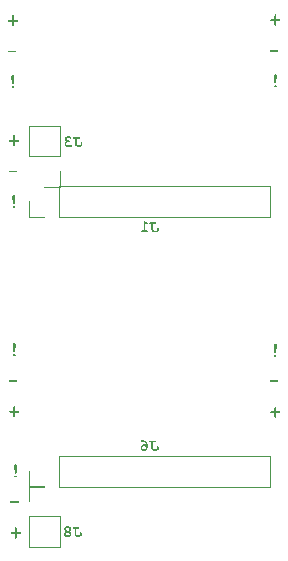
<source format=gbr>
%TF.SameCoordinates,Original*%
%TF.FileFunction,Legend,Bot*%
%TF.FilePolarity,Positive*%
%FSLAX46Y46*%
G04 Gerber Fmt 4.6, Leading zero omitted, Abs format (unit mm)*
%MOMM*%
%LPD*%
G01*
G04 APERTURE LIST*
%ADD10C,0.125000*%
%ADD11C,0.200000*%
%ADD12C,0.120000*%
G04 APERTURE END LIST*
D10*
G36*
X124680754Y-73264145D02*
G01*
X124634006Y-73774490D01*
X124625450Y-73810589D01*
X124607774Y-73836040D01*
X124582273Y-73852298D01*
X124550401Y-73857875D01*
X124518518Y-73852300D01*
X124492956Y-73836040D01*
X124475336Y-73810596D01*
X124466797Y-73774490D01*
X124419243Y-73264145D01*
X124415946Y-73212927D01*
X124420515Y-73171562D01*
X124433448Y-73137569D01*
X124454487Y-73109319D01*
X124482236Y-73087523D01*
X124513801Y-73074524D01*
X124550401Y-73070045D01*
X124586455Y-73074529D01*
X124617893Y-73087615D01*
X124645876Y-73109686D01*
X124667388Y-73138151D01*
X124680355Y-73171027D01*
X124684857Y-73209630D01*
X124680754Y-73264145D01*
G37*
G36*
X124653716Y-74101287D02*
G01*
X124646988Y-74134040D01*
X124626605Y-74161518D01*
X124595709Y-74179554D01*
X124552013Y-74186137D01*
X124508370Y-74179559D01*
X124477422Y-74161518D01*
X124457097Y-74134046D01*
X124450384Y-74101287D01*
X124456960Y-74069249D01*
X124476982Y-74041936D01*
X124507675Y-74023942D01*
X124552013Y-74017317D01*
X124596437Y-74023860D01*
X124627045Y-74041570D01*
X124647071Y-74068640D01*
X124653716Y-74101287D01*
G37*
G36*
X124807826Y-76359396D02*
G01*
X124106092Y-76359396D01*
X124106092Y-76204644D01*
X124807826Y-76204644D01*
X124807826Y-76359396D01*
G37*
G36*
X124639721Y-78964085D02*
G01*
X124639721Y-79245599D01*
X124633087Y-79300791D01*
X124616787Y-79332134D01*
X124590500Y-79351384D01*
X124556117Y-79358000D01*
X124521719Y-79351402D01*
X124495080Y-79332134D01*
X124478453Y-79300744D01*
X124471706Y-79245599D01*
X124471706Y-78964085D01*
X124231518Y-78964085D01*
X124176381Y-78957319D01*
X124144983Y-78940637D01*
X124125777Y-78913854D01*
X124119191Y-78879235D01*
X124125780Y-78844629D01*
X124144983Y-78817905D01*
X124176385Y-78801359D01*
X124231518Y-78795264D01*
X124471706Y-78795264D01*
X124471706Y-78514043D01*
X124478419Y-78459346D01*
X124495080Y-78427654D01*
X124521756Y-78408043D01*
X124556117Y-78401349D01*
X124590571Y-78407966D01*
X124617226Y-78427288D01*
X124633847Y-78458704D01*
X124640600Y-78514043D01*
X124639721Y-78795264D01*
X124879909Y-78795264D01*
X124935074Y-78801938D01*
X124966371Y-78818345D01*
X124985617Y-78844713D01*
X124992237Y-78879235D01*
X124985634Y-78913848D01*
X124966371Y-78940637D01*
X124935035Y-78957316D01*
X124879909Y-78964085D01*
X124639721Y-78964085D01*
G37*
G36*
X124488921Y-45764086D02*
G01*
X124488921Y-46045600D01*
X124482287Y-46100792D01*
X124465987Y-46132135D01*
X124439700Y-46151385D01*
X124405317Y-46158000D01*
X124370919Y-46151403D01*
X124344280Y-46132135D01*
X124327653Y-46100745D01*
X124320906Y-46045600D01*
X124320906Y-45764086D01*
X124080718Y-45764086D01*
X124025581Y-45757320D01*
X123994183Y-45740638D01*
X123974977Y-45713855D01*
X123968391Y-45679236D01*
X123974980Y-45644630D01*
X123994183Y-45617906D01*
X124025585Y-45601360D01*
X124080718Y-45595265D01*
X124320906Y-45595265D01*
X124320906Y-45314044D01*
X124327619Y-45259347D01*
X124344280Y-45227655D01*
X124370956Y-45208044D01*
X124405317Y-45201350D01*
X124439771Y-45207967D01*
X124466426Y-45227289D01*
X124483047Y-45258705D01*
X124489800Y-45314044D01*
X124488921Y-45595265D01*
X124729109Y-45595265D01*
X124784274Y-45601939D01*
X124815571Y-45618346D01*
X124834817Y-45644714D01*
X124841437Y-45679236D01*
X124834834Y-45713849D01*
X124815571Y-45740638D01*
X124784235Y-45757317D01*
X124729109Y-45764086D01*
X124488921Y-45764086D01*
G37*
G36*
X124529954Y-50464145D02*
G01*
X124483206Y-50974490D01*
X124474650Y-51010589D01*
X124456974Y-51036040D01*
X124431473Y-51052298D01*
X124399601Y-51057875D01*
X124367718Y-51052300D01*
X124342156Y-51036040D01*
X124324536Y-51010596D01*
X124315997Y-50974490D01*
X124268443Y-50464145D01*
X124265146Y-50412927D01*
X124269715Y-50371562D01*
X124282648Y-50337569D01*
X124303687Y-50309319D01*
X124331436Y-50287523D01*
X124363001Y-50274524D01*
X124399601Y-50270045D01*
X124435655Y-50274529D01*
X124467093Y-50287615D01*
X124495076Y-50309686D01*
X124516588Y-50338151D01*
X124529555Y-50371027D01*
X124534057Y-50409630D01*
X124529954Y-50464145D01*
G37*
G36*
X124502916Y-51301287D02*
G01*
X124496188Y-51334040D01*
X124475805Y-51361518D01*
X124444909Y-51379554D01*
X124401213Y-51386137D01*
X124357570Y-51379559D01*
X124326622Y-51361518D01*
X124306297Y-51334046D01*
X124299584Y-51301287D01*
X124306160Y-51269249D01*
X124326182Y-51241936D01*
X124356875Y-51223942D01*
X124401213Y-51217317D01*
X124445637Y-51223860D01*
X124476245Y-51241570D01*
X124496271Y-51268640D01*
X124502916Y-51301287D01*
G37*
G36*
X124657026Y-48359396D02*
G01*
X123955292Y-48359396D01*
X123955292Y-48204644D01*
X124657026Y-48204644D01*
X124657026Y-48359396D01*
G37*
G36*
X124539721Y-68693285D02*
G01*
X124539721Y-68974799D01*
X124533087Y-69029991D01*
X124516787Y-69061334D01*
X124490500Y-69080584D01*
X124456117Y-69087200D01*
X124421719Y-69080602D01*
X124395080Y-69061334D01*
X124378453Y-69029944D01*
X124371706Y-68974799D01*
X124371706Y-68693285D01*
X124131518Y-68693285D01*
X124076381Y-68686519D01*
X124044983Y-68669837D01*
X124025777Y-68643054D01*
X124019191Y-68608435D01*
X124025780Y-68573829D01*
X124044983Y-68547105D01*
X124076385Y-68530559D01*
X124131518Y-68524464D01*
X124371706Y-68524464D01*
X124371706Y-68243243D01*
X124378419Y-68188546D01*
X124395080Y-68156854D01*
X124421756Y-68137243D01*
X124456117Y-68130549D01*
X124490571Y-68137166D01*
X124517226Y-68156488D01*
X124533847Y-68187904D01*
X124540600Y-68243243D01*
X124539721Y-68524464D01*
X124779909Y-68524464D01*
X124835074Y-68531138D01*
X124866371Y-68547545D01*
X124885617Y-68573913D01*
X124892237Y-68608435D01*
X124885634Y-68643048D01*
X124866371Y-68669837D01*
X124835035Y-68686516D01*
X124779909Y-68693285D01*
X124539721Y-68693285D01*
G37*
G36*
X124580826Y-38199395D02*
G01*
X123879092Y-38199395D01*
X123879092Y-38044643D01*
X124580826Y-38044643D01*
X124580826Y-38199395D01*
G37*
G36*
X146637721Y-35537085D02*
G01*
X146637721Y-35818599D01*
X146631087Y-35873791D01*
X146614787Y-35905134D01*
X146588500Y-35924384D01*
X146554117Y-35931000D01*
X146519719Y-35924402D01*
X146493080Y-35905134D01*
X146476453Y-35873744D01*
X146469706Y-35818599D01*
X146469706Y-35537085D01*
X146229518Y-35537085D01*
X146174381Y-35530319D01*
X146142983Y-35513637D01*
X146123777Y-35486854D01*
X146117191Y-35452235D01*
X146123780Y-35417629D01*
X146142983Y-35390905D01*
X146174385Y-35374359D01*
X146229518Y-35368264D01*
X146469706Y-35368264D01*
X146469706Y-35087043D01*
X146476419Y-35032346D01*
X146493080Y-35000654D01*
X146519756Y-34981043D01*
X146554117Y-34974349D01*
X146588571Y-34980966D01*
X146615226Y-35000288D01*
X146631847Y-35031704D01*
X146638600Y-35087043D01*
X146637721Y-35368264D01*
X146877909Y-35368264D01*
X146933074Y-35374938D01*
X146964371Y-35391345D01*
X146983617Y-35417713D01*
X146990237Y-35452235D01*
X146983634Y-35486848D01*
X146964371Y-35513637D01*
X146933035Y-35530316D01*
X146877909Y-35537085D01*
X146637721Y-35537085D01*
G37*
G36*
X146678754Y-63037144D02*
G01*
X146632006Y-63547489D01*
X146623450Y-63583588D01*
X146605774Y-63609039D01*
X146580273Y-63625297D01*
X146548401Y-63630874D01*
X146516518Y-63625299D01*
X146490956Y-63609039D01*
X146473336Y-63583595D01*
X146464797Y-63547489D01*
X146417243Y-63037144D01*
X146413946Y-62985926D01*
X146418515Y-62944561D01*
X146431448Y-62910568D01*
X146452487Y-62882318D01*
X146480236Y-62860522D01*
X146511801Y-62847523D01*
X146548401Y-62843044D01*
X146584455Y-62847528D01*
X146615893Y-62860614D01*
X146643876Y-62882685D01*
X146665388Y-62911150D01*
X146678355Y-62944026D01*
X146682857Y-62982629D01*
X146678754Y-63037144D01*
G37*
G36*
X146651716Y-63874286D02*
G01*
X146644988Y-63907039D01*
X146624605Y-63934517D01*
X146593709Y-63952553D01*
X146550013Y-63959136D01*
X146506370Y-63952558D01*
X146475422Y-63934517D01*
X146455097Y-63907045D01*
X146448384Y-63874286D01*
X146454960Y-63842248D01*
X146474982Y-63814935D01*
X146505675Y-63796941D01*
X146550013Y-63790316D01*
X146594437Y-63796859D01*
X146625045Y-63814569D01*
X146645071Y-63841639D01*
X146651716Y-63874286D01*
G37*
G36*
X124453754Y-40304144D02*
G01*
X124407006Y-40814489D01*
X124398450Y-40850588D01*
X124380774Y-40876039D01*
X124355273Y-40892297D01*
X124323401Y-40897874D01*
X124291518Y-40892299D01*
X124265956Y-40876039D01*
X124248336Y-40850595D01*
X124239797Y-40814489D01*
X124192243Y-40304144D01*
X124188946Y-40252926D01*
X124193515Y-40211561D01*
X124206448Y-40177568D01*
X124227487Y-40149318D01*
X124255236Y-40127522D01*
X124286801Y-40114523D01*
X124323401Y-40110044D01*
X124359455Y-40114528D01*
X124390893Y-40127614D01*
X124418876Y-40149685D01*
X124440388Y-40178150D01*
X124453355Y-40211026D01*
X124457857Y-40249629D01*
X124453754Y-40304144D01*
G37*
G36*
X124426716Y-41141286D02*
G01*
X124419988Y-41174039D01*
X124399605Y-41201517D01*
X124368709Y-41219553D01*
X124325013Y-41226136D01*
X124281370Y-41219558D01*
X124250422Y-41201517D01*
X124230097Y-41174045D01*
X124223384Y-41141286D01*
X124229960Y-41109248D01*
X124249982Y-41081935D01*
X124280675Y-41063941D01*
X124325013Y-41057316D01*
X124369437Y-41063859D01*
X124400045Y-41081569D01*
X124420071Y-41108639D01*
X124426716Y-41141286D01*
G37*
G36*
X146805826Y-38132395D02*
G01*
X146104092Y-38132395D01*
X146104092Y-37977643D01*
X146805826Y-37977643D01*
X146805826Y-38132395D01*
G37*
G36*
X124412721Y-35604085D02*
G01*
X124412721Y-35885599D01*
X124406087Y-35940791D01*
X124389787Y-35972134D01*
X124363500Y-35991384D01*
X124329117Y-35998000D01*
X124294719Y-35991402D01*
X124268080Y-35972134D01*
X124251453Y-35940744D01*
X124244706Y-35885599D01*
X124244706Y-35604085D01*
X124004518Y-35604085D01*
X123949381Y-35597319D01*
X123917983Y-35580637D01*
X123898777Y-35553854D01*
X123892191Y-35519235D01*
X123898780Y-35484629D01*
X123917983Y-35457905D01*
X123949385Y-35441359D01*
X124004518Y-35435264D01*
X124244706Y-35435264D01*
X124244706Y-35154043D01*
X124251419Y-35099346D01*
X124268080Y-35067654D01*
X124294756Y-35048043D01*
X124329117Y-35041349D01*
X124363571Y-35047966D01*
X124390226Y-35067288D01*
X124406847Y-35098704D01*
X124413600Y-35154043D01*
X124412721Y-35435264D01*
X124652909Y-35435264D01*
X124708074Y-35441938D01*
X124739371Y-35458345D01*
X124758617Y-35484713D01*
X124765237Y-35519235D01*
X124758634Y-35553848D01*
X124739371Y-35580637D01*
X124708035Y-35597316D01*
X124652909Y-35604085D01*
X124412721Y-35604085D01*
G37*
G36*
X124707826Y-66088595D02*
G01*
X124006092Y-66088595D01*
X124006092Y-65933843D01*
X124707826Y-65933843D01*
X124707826Y-66088595D01*
G37*
G36*
X146678754Y-40237144D02*
G01*
X146632006Y-40747489D01*
X146623450Y-40783588D01*
X146605774Y-40809039D01*
X146580273Y-40825297D01*
X146548401Y-40830874D01*
X146516518Y-40825299D01*
X146490956Y-40809039D01*
X146473336Y-40783595D01*
X146464797Y-40747489D01*
X146417243Y-40237144D01*
X146413946Y-40185926D01*
X146418515Y-40144561D01*
X146431448Y-40110568D01*
X146452487Y-40082318D01*
X146480236Y-40060522D01*
X146511801Y-40047523D01*
X146548401Y-40043044D01*
X146584455Y-40047528D01*
X146615893Y-40060614D01*
X146643876Y-40082685D01*
X146665388Y-40111150D01*
X146678355Y-40144026D01*
X146682857Y-40182629D01*
X146678754Y-40237144D01*
G37*
G36*
X146651716Y-41074286D02*
G01*
X146644988Y-41107039D01*
X146624605Y-41134517D01*
X146593709Y-41152553D01*
X146550013Y-41159136D01*
X146506370Y-41152558D01*
X146475422Y-41134517D01*
X146455097Y-41107045D01*
X146448384Y-41074286D01*
X146454960Y-41042248D01*
X146474982Y-41014935D01*
X146505675Y-40996941D01*
X146550013Y-40990316D01*
X146594437Y-40996859D01*
X146625045Y-41014569D01*
X146645071Y-41041639D01*
X146651716Y-41074286D01*
G37*
G36*
X124580754Y-62993344D02*
G01*
X124534006Y-63503689D01*
X124525450Y-63539788D01*
X124507774Y-63565239D01*
X124482273Y-63581497D01*
X124450401Y-63587074D01*
X124418518Y-63581499D01*
X124392956Y-63565239D01*
X124375336Y-63539795D01*
X124366797Y-63503689D01*
X124319243Y-62993344D01*
X124315946Y-62942126D01*
X124320515Y-62900761D01*
X124333448Y-62866768D01*
X124354487Y-62838518D01*
X124382236Y-62816722D01*
X124413801Y-62803723D01*
X124450401Y-62799244D01*
X124486455Y-62803728D01*
X124517893Y-62816814D01*
X124545876Y-62838885D01*
X124567388Y-62867350D01*
X124580355Y-62900226D01*
X124584857Y-62938829D01*
X124580754Y-62993344D01*
G37*
G36*
X124553716Y-63830486D02*
G01*
X124546988Y-63863239D01*
X124526605Y-63890717D01*
X124495709Y-63908753D01*
X124452013Y-63915336D01*
X124408370Y-63908758D01*
X124377422Y-63890717D01*
X124357097Y-63863245D01*
X124350384Y-63830486D01*
X124356960Y-63798448D01*
X124376982Y-63771135D01*
X124407675Y-63753141D01*
X124452013Y-63746516D01*
X124496437Y-63753059D01*
X124527045Y-63770769D01*
X124547071Y-63797839D01*
X124553716Y-63830486D01*
G37*
G36*
X146805826Y-66132395D02*
G01*
X146104092Y-66132395D01*
X146104092Y-65977643D01*
X146805826Y-65977643D01*
X146805826Y-66132395D01*
G37*
G36*
X146637721Y-68737085D02*
G01*
X146637721Y-69018599D01*
X146631087Y-69073791D01*
X146614787Y-69105134D01*
X146588500Y-69124384D01*
X146554117Y-69131000D01*
X146519719Y-69124402D01*
X146493080Y-69105134D01*
X146476453Y-69073744D01*
X146469706Y-69018599D01*
X146469706Y-68737085D01*
X146229518Y-68737085D01*
X146174381Y-68730319D01*
X146142983Y-68713637D01*
X146123777Y-68686854D01*
X146117191Y-68652235D01*
X146123780Y-68617629D01*
X146142983Y-68590905D01*
X146174385Y-68574359D01*
X146229518Y-68568264D01*
X146469706Y-68568264D01*
X146469706Y-68287043D01*
X146476419Y-68232346D01*
X146493080Y-68200654D01*
X146519756Y-68181043D01*
X146554117Y-68174349D01*
X146588571Y-68180966D01*
X146615226Y-68200288D01*
X146631847Y-68231704D01*
X146638600Y-68287043D01*
X146637721Y-68568264D01*
X146877909Y-68568264D01*
X146933074Y-68574938D01*
X146964371Y-68591345D01*
X146983617Y-68617713D01*
X146990237Y-68652235D01*
X146983634Y-68686848D01*
X146964371Y-68713637D01*
X146933035Y-68730316D01*
X146877909Y-68737085D01*
X146637721Y-68737085D01*
G37*
D11*
G36*
X136056070Y-71227212D02*
G01*
X136056070Y-71652438D01*
X136059462Y-71705524D01*
X136068691Y-71747322D01*
X136082693Y-71779994D01*
X136113909Y-71825265D01*
X136153144Y-71863755D01*
X136201273Y-71895949D01*
X136254230Y-71919706D01*
X136308297Y-71933756D01*
X136364183Y-71938447D01*
X136416017Y-71933996D01*
X136481247Y-71918990D01*
X136562841Y-71890502D01*
X136664052Y-71845085D01*
X136664052Y-71614153D01*
X136658426Y-71568092D01*
X136644573Y-71541919D01*
X136622370Y-71525814D01*
X136593710Y-71520303D01*
X136565628Y-71525783D01*
X136543518Y-71541919D01*
X136529665Y-71568092D01*
X136524040Y-71614153D01*
X136524040Y-71751784D01*
X136458297Y-71778943D01*
X136404132Y-71793407D01*
X136359420Y-71797763D01*
X136323266Y-71793729D01*
X136284254Y-71780971D01*
X136248851Y-71761690D01*
X136225514Y-71740854D01*
X136208698Y-71716917D01*
X136199563Y-71694876D01*
X136196144Y-71635952D01*
X136196144Y-71227212D01*
X136366259Y-71227212D01*
X136412165Y-71221607D01*
X136438310Y-71207794D01*
X136454316Y-71185592D01*
X136459804Y-71156870D01*
X136454314Y-71128158D01*
X136438310Y-71106006D01*
X136412159Y-71092148D01*
X136366259Y-71086528D01*
X135974127Y-71086528D01*
X135928183Y-71092153D01*
X135902075Y-71106006D01*
X135886023Y-71128163D01*
X135880521Y-71156870D01*
X135886021Y-71185587D01*
X135902075Y-71207794D01*
X135928176Y-71221603D01*
X135974127Y-71227212D01*
X136056070Y-71227212D01*
G37*
G36*
X135377441Y-71014682D02*
G01*
X135445413Y-71033605D01*
X135511958Y-71065706D01*
X135572818Y-71108294D01*
X135628987Y-71161727D01*
X135680730Y-71227151D01*
X135711132Y-71280405D01*
X135733489Y-71340833D01*
X135747503Y-71409621D01*
X135752415Y-71488185D01*
X135748176Y-71574980D01*
X135735927Y-71653854D01*
X135716206Y-71725711D01*
X135686716Y-71793234D01*
X135650908Y-71844885D01*
X135608984Y-71883370D01*
X135559237Y-71910993D01*
X135499667Y-71928361D01*
X135427939Y-71934539D01*
X135362575Y-71929361D01*
X135307109Y-71914707D01*
X135259791Y-71891342D01*
X135219294Y-71859251D01*
X135186071Y-71819307D01*
X135162267Y-71773899D01*
X135147558Y-71721960D01*
X135142419Y-71662025D01*
X135142543Y-71660560D01*
X135282431Y-71660560D01*
X135286878Y-71700059D01*
X135299390Y-71731973D01*
X135319678Y-71758012D01*
X135346581Y-71777202D01*
X135381222Y-71789413D01*
X135425863Y-71793855D01*
X135471006Y-71790079D01*
X135505655Y-71779832D01*
X135532108Y-71764118D01*
X135553138Y-71741520D01*
X135573025Y-71705958D01*
X135591215Y-71653110D01*
X135567367Y-71605837D01*
X135540807Y-71567951D01*
X135511653Y-71538133D01*
X135477844Y-71513835D01*
X135448048Y-71500856D01*
X135421100Y-71496856D01*
X135387558Y-71501804D01*
X135355931Y-71516863D01*
X135325174Y-71543567D01*
X135301675Y-71576829D01*
X135287403Y-71615333D01*
X135282431Y-71660560D01*
X135142543Y-71660560D01*
X135147861Y-71597481D01*
X135163569Y-71540366D01*
X135189179Y-71489328D01*
X135225095Y-71443367D01*
X135269343Y-71404327D01*
X135315663Y-71377476D01*
X135364778Y-71361550D01*
X135417742Y-71356172D01*
X135468400Y-71360913D01*
X135515439Y-71374918D01*
X135560659Y-71398058D01*
X135611731Y-71434330D01*
X135589555Y-71358645D01*
X135559097Y-71300423D01*
X135520889Y-71252380D01*
X135479536Y-71214702D01*
X135434778Y-71186240D01*
X135385906Y-71165028D01*
X135339916Y-71152946D01*
X135296109Y-71149054D01*
X135279138Y-71151443D01*
X135260571Y-71159129D01*
X135231077Y-71172921D01*
X135213432Y-71176409D01*
X135186896Y-71171095D01*
X135164279Y-71154977D01*
X135148979Y-71131205D01*
X135143762Y-71101854D01*
X135147144Y-71079458D01*
X135157131Y-71060061D01*
X135174476Y-71042808D01*
X135207676Y-71024648D01*
X135250956Y-71012754D01*
X135307039Y-71008370D01*
X135377441Y-71014682D01*
G37*
G36*
X136056070Y-52727212D02*
G01*
X136056070Y-53152438D01*
X136059462Y-53205524D01*
X136068691Y-53247322D01*
X136082693Y-53279994D01*
X136113909Y-53325265D01*
X136153144Y-53363755D01*
X136201273Y-53395949D01*
X136254230Y-53419706D01*
X136308297Y-53433756D01*
X136364183Y-53438447D01*
X136416017Y-53433996D01*
X136481247Y-53418990D01*
X136562841Y-53390502D01*
X136664052Y-53345085D01*
X136664052Y-53114153D01*
X136658426Y-53068092D01*
X136644573Y-53041919D01*
X136622370Y-53025814D01*
X136593710Y-53020303D01*
X136565628Y-53025783D01*
X136543518Y-53041919D01*
X136529665Y-53068092D01*
X136524040Y-53114153D01*
X136524040Y-53251784D01*
X136458297Y-53278943D01*
X136404132Y-53293407D01*
X136359420Y-53297763D01*
X136323266Y-53293729D01*
X136284254Y-53280971D01*
X136248851Y-53261690D01*
X136225514Y-53240854D01*
X136208698Y-53216917D01*
X136199563Y-53194876D01*
X136196144Y-53135952D01*
X136196144Y-52727212D01*
X136366259Y-52727212D01*
X136412165Y-52721607D01*
X136438310Y-52707794D01*
X136454316Y-52685592D01*
X136459804Y-52656870D01*
X136454314Y-52628158D01*
X136438310Y-52606006D01*
X136412159Y-52592148D01*
X136366259Y-52586528D01*
X135974127Y-52586528D01*
X135928183Y-52592153D01*
X135902075Y-52606006D01*
X135886023Y-52628163D01*
X135880521Y-52656870D01*
X135886021Y-52685587D01*
X135902075Y-52707794D01*
X135928176Y-52721603D01*
X135974127Y-52727212D01*
X136056070Y-52727212D01*
G37*
G36*
X135408827Y-52508370D02*
G01*
X135408827Y-53274316D01*
X135267410Y-53274316D01*
X135221466Y-53279940D01*
X135195358Y-53293794D01*
X135179354Y-53315946D01*
X135173865Y-53344658D01*
X135179352Y-53373380D01*
X135195358Y-53395582D01*
X135221459Y-53409390D01*
X135267410Y-53415000D01*
X135690256Y-53415000D01*
X135736216Y-53409393D01*
X135762368Y-53395582D01*
X135778374Y-53373380D01*
X135783862Y-53344658D01*
X135778372Y-53315946D01*
X135762368Y-53293794D01*
X135736209Y-53279938D01*
X135690256Y-53274316D01*
X135548900Y-53274316D01*
X135548900Y-52693445D01*
X135673891Y-52726723D01*
X135718954Y-52735027D01*
X135743532Y-52729774D01*
X135765055Y-52713534D01*
X135779572Y-52689859D01*
X135784533Y-52660839D01*
X135780692Y-52634693D01*
X135770184Y-52616142D01*
X135751035Y-52602310D01*
X135710100Y-52587383D01*
X135408827Y-52508370D01*
G37*
G36*
X129543670Y-78518012D02*
G01*
X129543670Y-78943238D01*
X129547062Y-78996324D01*
X129556291Y-79038122D01*
X129570293Y-79070794D01*
X129601509Y-79116065D01*
X129640744Y-79154555D01*
X129688873Y-79186749D01*
X129741830Y-79210506D01*
X129795897Y-79224556D01*
X129851783Y-79229247D01*
X129903617Y-79224796D01*
X129968847Y-79209790D01*
X130050441Y-79181302D01*
X130151652Y-79135885D01*
X130151652Y-78904953D01*
X130146026Y-78858892D01*
X130132173Y-78832719D01*
X130109970Y-78816614D01*
X130081310Y-78811103D01*
X130053228Y-78816583D01*
X130031118Y-78832719D01*
X130017265Y-78858892D01*
X130011640Y-78904953D01*
X130011640Y-79042584D01*
X129945897Y-79069743D01*
X129891732Y-79084207D01*
X129847020Y-79088563D01*
X129810866Y-79084529D01*
X129771854Y-79071771D01*
X129736451Y-79052490D01*
X129713114Y-79031654D01*
X129696298Y-79007717D01*
X129687163Y-78985676D01*
X129683744Y-78926752D01*
X129683744Y-78518012D01*
X129853859Y-78518012D01*
X129899765Y-78512407D01*
X129925910Y-78498594D01*
X129941916Y-78476392D01*
X129947404Y-78447670D01*
X129941914Y-78418958D01*
X129925910Y-78396806D01*
X129899759Y-78382948D01*
X129853859Y-78377328D01*
X129461727Y-78377328D01*
X129415783Y-78382953D01*
X129389675Y-78396806D01*
X129373623Y-78418963D01*
X129368121Y-78447670D01*
X129373621Y-78476387D01*
X129389675Y-78498594D01*
X129415776Y-78512403D01*
X129461727Y-78518012D01*
X129543670Y-78518012D01*
G37*
G36*
X129030110Y-78304347D02*
G01*
X129085390Y-78319193D01*
X129134082Y-78343217D01*
X129177245Y-78376656D01*
X129213717Y-78418116D01*
X129238973Y-78462174D01*
X129254061Y-78509550D01*
X129259188Y-78561304D01*
X129253220Y-78614580D01*
X129235314Y-78665107D01*
X129206299Y-78711910D01*
X129164239Y-78757919D01*
X129212112Y-78803179D01*
X129245144Y-78852441D01*
X129265276Y-78907487D01*
X129272133Y-78968762D01*
X129268263Y-79014239D01*
X129256804Y-79057006D01*
X129237634Y-79097722D01*
X129211127Y-79133728D01*
X129175964Y-79164822D01*
X129130778Y-79191206D01*
X129081455Y-79209897D01*
X129027523Y-79221382D01*
X128968173Y-79225339D01*
X128908814Y-79221403D01*
X128854415Y-79209935D01*
X128804225Y-79191206D01*
X128758096Y-79164763D01*
X128722512Y-79133778D01*
X128695964Y-79098088D01*
X128676828Y-79057558D01*
X128665352Y-79014678D01*
X128661992Y-78974990D01*
X128801477Y-78974990D01*
X128805835Y-79003065D01*
X128818954Y-79028506D01*
X128842144Y-79052293D01*
X128871107Y-79069088D01*
X128911459Y-79080385D01*
X128966769Y-79084655D01*
X129021609Y-79080407D01*
X129061933Y-79069127D01*
X129091149Y-79052293D01*
X129114632Y-79028514D01*
X129127788Y-79003530D01*
X129132121Y-78976394D01*
X129127039Y-78940666D01*
X129111678Y-78907320D01*
X129084677Y-78875278D01*
X129050751Y-78850637D01*
X129011930Y-78835787D01*
X128966769Y-78830642D01*
X128921649Y-78835786D01*
X128882869Y-78850636D01*
X128848983Y-78875278D01*
X128821852Y-78907301D01*
X128806519Y-78940185D01*
X128801477Y-78974990D01*
X128661992Y-78974990D01*
X128661465Y-78968762D01*
X128668323Y-78907487D01*
X128688454Y-78852441D01*
X128721450Y-78803186D01*
X128769359Y-78757919D01*
X128726876Y-78712440D01*
X128697979Y-78665779D01*
X128680323Y-78615177D01*
X128674765Y-78564540D01*
X128817903Y-78564540D01*
X128822420Y-78597758D01*
X128835735Y-78627044D01*
X128858569Y-78653505D01*
X128887617Y-78673179D01*
X128923528Y-78685531D01*
X128968173Y-78689959D01*
X129013275Y-78685518D01*
X129049412Y-78673153D01*
X129078510Y-78653505D01*
X129101307Y-78627049D01*
X129114604Y-78597762D01*
X129119115Y-78564540D01*
X129114626Y-78531800D01*
X129101351Y-78502748D01*
X129078510Y-78476307D01*
X129049412Y-78456660D01*
X129013275Y-78444295D01*
X128968173Y-78439854D01*
X128923528Y-78444282D01*
X128887617Y-78456634D01*
X128858569Y-78476307D01*
X128835691Y-78502753D01*
X128822398Y-78531805D01*
X128817903Y-78564540D01*
X128674765Y-78564540D01*
X128674410Y-78561304D01*
X128679540Y-78509554D01*
X128694638Y-78462178D01*
X128719913Y-78418120D01*
X128756414Y-78376656D01*
X128799547Y-78343222D01*
X128848227Y-78319198D01*
X128903515Y-78304348D01*
X128966830Y-78299170D01*
X129030110Y-78304347D01*
G37*
G36*
X129594470Y-45498012D02*
G01*
X129594470Y-45923238D01*
X129597862Y-45976324D01*
X129607091Y-46018122D01*
X129621093Y-46050794D01*
X129652309Y-46096065D01*
X129691544Y-46134555D01*
X129739673Y-46166749D01*
X129792630Y-46190506D01*
X129846697Y-46204556D01*
X129902583Y-46209247D01*
X129954417Y-46204796D01*
X130019647Y-46189790D01*
X130101241Y-46161302D01*
X130202452Y-46115885D01*
X130202452Y-45884953D01*
X130196826Y-45838892D01*
X130182973Y-45812719D01*
X130160770Y-45796614D01*
X130132110Y-45791103D01*
X130104028Y-45796583D01*
X130081918Y-45812719D01*
X130068065Y-45838892D01*
X130062440Y-45884953D01*
X130062440Y-46022584D01*
X129996697Y-46049743D01*
X129942532Y-46064207D01*
X129897820Y-46068563D01*
X129861666Y-46064529D01*
X129822654Y-46051771D01*
X129787251Y-46032490D01*
X129763914Y-46011654D01*
X129747098Y-45987717D01*
X129737963Y-45965676D01*
X129734544Y-45906752D01*
X129734544Y-45498012D01*
X129904659Y-45498012D01*
X129950565Y-45492407D01*
X129976710Y-45478594D01*
X129992716Y-45456392D01*
X129998204Y-45427670D01*
X129992714Y-45398958D01*
X129976710Y-45376806D01*
X129950559Y-45362948D01*
X129904659Y-45357328D01*
X129512527Y-45357328D01*
X129466583Y-45362953D01*
X129440475Y-45376806D01*
X129424423Y-45398963D01*
X129418921Y-45427670D01*
X129424421Y-45456387D01*
X129440475Y-45478594D01*
X129466576Y-45492403D01*
X129512527Y-45498012D01*
X129594470Y-45498012D01*
G37*
G36*
X128818816Y-45718380D02*
G01*
X128779829Y-45748966D01*
X128749195Y-45781501D01*
X128725943Y-45816138D01*
X128708994Y-45854181D01*
X128698694Y-45895369D01*
X128695168Y-45940396D01*
X128699699Y-45988710D01*
X128713158Y-46034197D01*
X128735835Y-46077661D01*
X128766438Y-46115693D01*
X128805309Y-46147379D01*
X128853682Y-46172977D01*
X128906192Y-46189947D01*
X128972617Y-46201205D01*
X129055854Y-46205339D01*
X129139832Y-46201432D01*
X129206703Y-46190809D01*
X129259378Y-46174852D01*
X129300402Y-46154536D01*
X129327165Y-46132667D01*
X129341566Y-46110113D01*
X129346197Y-46085904D01*
X129341112Y-46057923D01*
X129326047Y-46034796D01*
X129303720Y-46019071D01*
X129277199Y-46013853D01*
X129257658Y-46017081D01*
X129236227Y-46027591D01*
X129205955Y-46045249D01*
X129179502Y-46055069D01*
X129134692Y-46061916D01*
X129066784Y-46064655D01*
X128984872Y-46060261D01*
X128927965Y-46048996D01*
X128889830Y-46033148D01*
X128858807Y-46008474D01*
X128841179Y-45979299D01*
X128835180Y-45943999D01*
X128842786Y-45902946D01*
X128866993Y-45861628D01*
X128903469Y-45826912D01*
X128951989Y-45800262D01*
X128988175Y-45790794D01*
X129055854Y-45783287D01*
X129087596Y-45776512D01*
X129109526Y-45761794D01*
X129123513Y-45740196D01*
X129128272Y-45713617D01*
X129123108Y-45685849D01*
X129107816Y-45663120D01*
X129084837Y-45647840D01*
X129055854Y-45642603D01*
X128981421Y-45641932D01*
X128954499Y-45636266D01*
X128926771Y-45624224D01*
X128902061Y-45606399D01*
X128882686Y-45583008D01*
X128870024Y-45555970D01*
X128865955Y-45528847D01*
X128870170Y-45501117D01*
X128882853Y-45475887D01*
X128905217Y-45452216D01*
X128933272Y-45435290D01*
X128971522Y-45424058D01*
X129023064Y-45419854D01*
X129073169Y-45424038D01*
X129114573Y-45435763D01*
X129148924Y-45454321D01*
X129177426Y-45479754D01*
X129202705Y-45502042D01*
X129217736Y-45507770D01*
X129234823Y-45509735D01*
X129261422Y-45504568D01*
X129284038Y-45488975D01*
X129299320Y-45465933D01*
X129304493Y-45437745D01*
X129298567Y-45408645D01*
X129279197Y-45378203D01*
X129241661Y-45344932D01*
X129194648Y-45316940D01*
X129141552Y-45296448D01*
X129081351Y-45283647D01*
X129012806Y-45279170D01*
X128948485Y-45284212D01*
X128893317Y-45298540D01*
X128845714Y-45321475D01*
X128804467Y-45353054D01*
X128769569Y-45392593D01*
X128745342Y-45434886D01*
X128730827Y-45480647D01*
X128725882Y-45530923D01*
X128731743Y-45583372D01*
X128749146Y-45631857D01*
X128777489Y-45676061D01*
X128818816Y-45718380D01*
G37*
D12*
%TO.C,J6*%
X125670000Y-73660000D02*
X125670000Y-74990000D01*
X125670000Y-74990000D02*
X127000000Y-74990000D01*
X128270000Y-72330000D02*
X128270000Y-74990000D01*
X128270000Y-72330000D02*
X146110000Y-72330000D01*
X128270000Y-74990000D02*
X146110000Y-74990000D01*
X146110000Y-72330000D02*
X146110000Y-74990000D01*
%TO.C,J1*%
X125670000Y-50800000D02*
X125670000Y-52130000D01*
X125670000Y-52130000D02*
X127000000Y-52130000D01*
X128270000Y-49470000D02*
X128270000Y-52130000D01*
X128270000Y-49470000D02*
X146110000Y-49470000D01*
X128270000Y-52130000D02*
X146110000Y-52130000D01*
X146110000Y-49470000D02*
X146110000Y-52130000D01*
%TO.C,J8*%
X125670000Y-74870000D02*
X125670000Y-76200000D01*
X125670000Y-77470000D02*
X125670000Y-80070000D01*
X127000000Y-74870000D02*
X125670000Y-74870000D01*
X128330000Y-77470000D02*
X125670000Y-77470000D01*
X128330000Y-77470000D02*
X128330000Y-80070000D01*
X128330000Y-80070000D02*
X125670000Y-80070000D01*
%TO.C,J3*%
X125670000Y-44390000D02*
X128330000Y-44390000D01*
X125670000Y-46990000D02*
X125670000Y-44390000D01*
X125670000Y-46990000D02*
X128330000Y-46990000D01*
X127000000Y-49590000D02*
X128330000Y-49590000D01*
X128330000Y-46990000D02*
X128330000Y-44390000D01*
X128330000Y-49590000D02*
X128330000Y-48260000D01*
%TD*%
M02*

</source>
